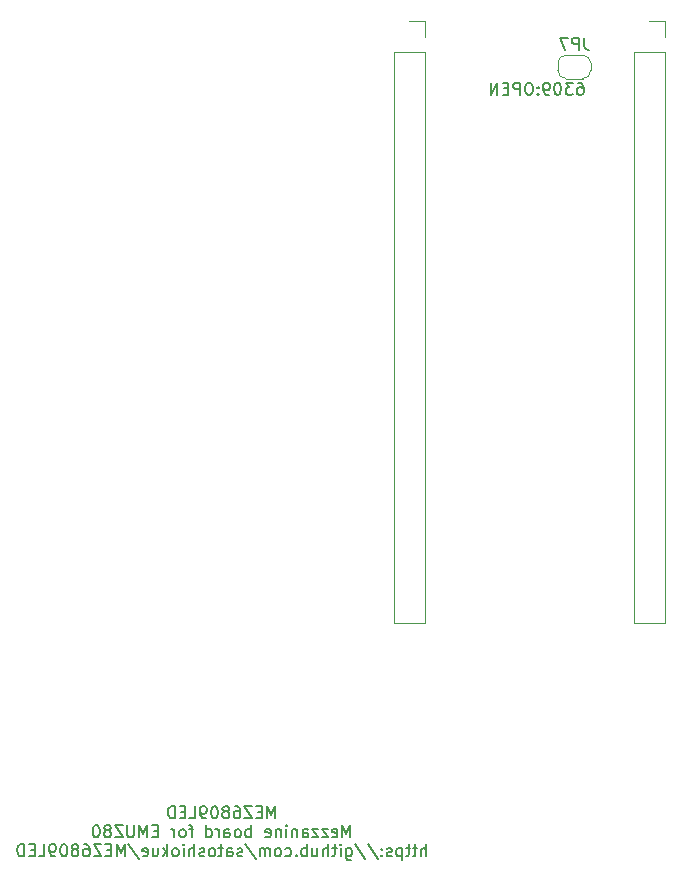
<source format=gbo>
G04 #@! TF.GenerationSoftware,KiCad,Pcbnew,(6.0.10-0)*
G04 #@! TF.CreationDate,2023-02-15T13:21:11+09:00*
G04 #@! TF.ProjectId,MEZ6809LED,4d455a36-3830-4394-9c45-442e6b696361,A*
G04 #@! TF.SameCoordinates,PX5ee3fe0PY8f872a0*
G04 #@! TF.FileFunction,Legend,Bot*
G04 #@! TF.FilePolarity,Positive*
%FSLAX46Y46*%
G04 Gerber Fmt 4.6, Leading zero omitted, Abs format (unit mm)*
G04 Created by KiCad (PCBNEW (6.0.10-0)) date 2023-02-15 13:21:11*
%MOMM*%
%LPD*%
G01*
G04 APERTURE LIST*
%ADD10C,0.150000*%
%ADD11C,0.120000*%
G04 APERTURE END LIST*
D10*
X40083809Y8777620D02*
X40083809Y9777620D01*
X39750476Y9063334D01*
X39417142Y9777620D01*
X39417142Y8777620D01*
X38940952Y9301429D02*
X38607619Y9301429D01*
X38464761Y8777620D02*
X38940952Y8777620D01*
X38940952Y9777620D01*
X38464761Y9777620D01*
X38131428Y9777620D02*
X37464761Y9777620D01*
X38131428Y8777620D01*
X37464761Y8777620D01*
X36655238Y9777620D02*
X36845714Y9777620D01*
X36940952Y9730000D01*
X36988571Y9682381D01*
X37083809Y9539524D01*
X37131428Y9349048D01*
X37131428Y8968096D01*
X37083809Y8872858D01*
X37036190Y8825239D01*
X36940952Y8777620D01*
X36750476Y8777620D01*
X36655238Y8825239D01*
X36607619Y8872858D01*
X36560000Y8968096D01*
X36560000Y9206191D01*
X36607619Y9301429D01*
X36655238Y9349048D01*
X36750476Y9396667D01*
X36940952Y9396667D01*
X37036190Y9349048D01*
X37083809Y9301429D01*
X37131428Y9206191D01*
X35988571Y9349048D02*
X36083809Y9396667D01*
X36131428Y9444286D01*
X36179047Y9539524D01*
X36179047Y9587143D01*
X36131428Y9682381D01*
X36083809Y9730000D01*
X35988571Y9777620D01*
X35798095Y9777620D01*
X35702857Y9730000D01*
X35655238Y9682381D01*
X35607619Y9587143D01*
X35607619Y9539524D01*
X35655238Y9444286D01*
X35702857Y9396667D01*
X35798095Y9349048D01*
X35988571Y9349048D01*
X36083809Y9301429D01*
X36131428Y9253810D01*
X36179047Y9158572D01*
X36179047Y8968096D01*
X36131428Y8872858D01*
X36083809Y8825239D01*
X35988571Y8777620D01*
X35798095Y8777620D01*
X35702857Y8825239D01*
X35655238Y8872858D01*
X35607619Y8968096D01*
X35607619Y9158572D01*
X35655238Y9253810D01*
X35702857Y9301429D01*
X35798095Y9349048D01*
X34988571Y9777620D02*
X34893333Y9777620D01*
X34798095Y9730000D01*
X34750476Y9682381D01*
X34702857Y9587143D01*
X34655238Y9396667D01*
X34655238Y9158572D01*
X34702857Y8968096D01*
X34750476Y8872858D01*
X34798095Y8825239D01*
X34893333Y8777620D01*
X34988571Y8777620D01*
X35083809Y8825239D01*
X35131428Y8872858D01*
X35179047Y8968096D01*
X35226666Y9158572D01*
X35226666Y9396667D01*
X35179047Y9587143D01*
X35131428Y9682381D01*
X35083809Y9730000D01*
X34988571Y9777620D01*
X34179047Y8777620D02*
X33988571Y8777620D01*
X33893333Y8825239D01*
X33845714Y8872858D01*
X33750476Y9015715D01*
X33702857Y9206191D01*
X33702857Y9587143D01*
X33750476Y9682381D01*
X33798095Y9730000D01*
X33893333Y9777620D01*
X34083809Y9777620D01*
X34179047Y9730000D01*
X34226666Y9682381D01*
X34274285Y9587143D01*
X34274285Y9349048D01*
X34226666Y9253810D01*
X34179047Y9206191D01*
X34083809Y9158572D01*
X33893333Y9158572D01*
X33798095Y9206191D01*
X33750476Y9253810D01*
X33702857Y9349048D01*
X32798095Y8777620D02*
X33274285Y8777620D01*
X33274285Y9777620D01*
X32464761Y9301429D02*
X32131428Y9301429D01*
X31988571Y8777620D02*
X32464761Y8777620D01*
X32464761Y9777620D01*
X31988571Y9777620D01*
X31560000Y8777620D02*
X31560000Y9777620D01*
X31321904Y9777620D01*
X31179047Y9730000D01*
X31083809Y9634762D01*
X31036190Y9539524D01*
X30988571Y9349048D01*
X30988571Y9206191D01*
X31036190Y9015715D01*
X31083809Y8920477D01*
X31179047Y8825239D01*
X31321904Y8777620D01*
X31560000Y8777620D01*
X46440952Y7167620D02*
X46440952Y8167620D01*
X46107619Y7453334D01*
X45774285Y8167620D01*
X45774285Y7167620D01*
X44917142Y7215239D02*
X45012380Y7167620D01*
X45202857Y7167620D01*
X45298095Y7215239D01*
X45345714Y7310477D01*
X45345714Y7691429D01*
X45298095Y7786667D01*
X45202857Y7834286D01*
X45012380Y7834286D01*
X44917142Y7786667D01*
X44869523Y7691429D01*
X44869523Y7596191D01*
X45345714Y7500953D01*
X44536190Y7834286D02*
X44012380Y7834286D01*
X44536190Y7167620D01*
X44012380Y7167620D01*
X43726666Y7834286D02*
X43202857Y7834286D01*
X43726666Y7167620D01*
X43202857Y7167620D01*
X42393333Y7167620D02*
X42393333Y7691429D01*
X42440952Y7786667D01*
X42536190Y7834286D01*
X42726666Y7834286D01*
X42821904Y7786667D01*
X42393333Y7215239D02*
X42488571Y7167620D01*
X42726666Y7167620D01*
X42821904Y7215239D01*
X42869523Y7310477D01*
X42869523Y7405715D01*
X42821904Y7500953D01*
X42726666Y7548572D01*
X42488571Y7548572D01*
X42393333Y7596191D01*
X41917142Y7834286D02*
X41917142Y7167620D01*
X41917142Y7739048D02*
X41869523Y7786667D01*
X41774285Y7834286D01*
X41631428Y7834286D01*
X41536190Y7786667D01*
X41488571Y7691429D01*
X41488571Y7167620D01*
X41012380Y7167620D02*
X41012380Y7834286D01*
X41012380Y8167620D02*
X41060000Y8120000D01*
X41012380Y8072381D01*
X40964761Y8120000D01*
X41012380Y8167620D01*
X41012380Y8072381D01*
X40536190Y7834286D02*
X40536190Y7167620D01*
X40536190Y7739048D02*
X40488571Y7786667D01*
X40393333Y7834286D01*
X40250476Y7834286D01*
X40155238Y7786667D01*
X40107619Y7691429D01*
X40107619Y7167620D01*
X39250476Y7215239D02*
X39345714Y7167620D01*
X39536190Y7167620D01*
X39631428Y7215239D01*
X39679047Y7310477D01*
X39679047Y7691429D01*
X39631428Y7786667D01*
X39536190Y7834286D01*
X39345714Y7834286D01*
X39250476Y7786667D01*
X39202857Y7691429D01*
X39202857Y7596191D01*
X39679047Y7500953D01*
X38012380Y7167620D02*
X38012380Y8167620D01*
X38012380Y7786667D02*
X37917142Y7834286D01*
X37726666Y7834286D01*
X37631428Y7786667D01*
X37583809Y7739048D01*
X37536190Y7643810D01*
X37536190Y7358096D01*
X37583809Y7262858D01*
X37631428Y7215239D01*
X37726666Y7167620D01*
X37917142Y7167620D01*
X38012380Y7215239D01*
X36964761Y7167620D02*
X37060000Y7215239D01*
X37107619Y7262858D01*
X37155238Y7358096D01*
X37155238Y7643810D01*
X37107619Y7739048D01*
X37060000Y7786667D01*
X36964761Y7834286D01*
X36821904Y7834286D01*
X36726666Y7786667D01*
X36679047Y7739048D01*
X36631428Y7643810D01*
X36631428Y7358096D01*
X36679047Y7262858D01*
X36726666Y7215239D01*
X36821904Y7167620D01*
X36964761Y7167620D01*
X35774285Y7167620D02*
X35774285Y7691429D01*
X35821904Y7786667D01*
X35917142Y7834286D01*
X36107619Y7834286D01*
X36202857Y7786667D01*
X35774285Y7215239D02*
X35869523Y7167620D01*
X36107619Y7167620D01*
X36202857Y7215239D01*
X36250476Y7310477D01*
X36250476Y7405715D01*
X36202857Y7500953D01*
X36107619Y7548572D01*
X35869523Y7548572D01*
X35774285Y7596191D01*
X35298095Y7167620D02*
X35298095Y7834286D01*
X35298095Y7643810D02*
X35250476Y7739048D01*
X35202857Y7786667D01*
X35107619Y7834286D01*
X35012380Y7834286D01*
X34250476Y7167620D02*
X34250476Y8167620D01*
X34250476Y7215239D02*
X34345714Y7167620D01*
X34536190Y7167620D01*
X34631428Y7215239D01*
X34679047Y7262858D01*
X34726666Y7358096D01*
X34726666Y7643810D01*
X34679047Y7739048D01*
X34631428Y7786667D01*
X34536190Y7834286D01*
X34345714Y7834286D01*
X34250476Y7786667D01*
X33155238Y7834286D02*
X32774285Y7834286D01*
X33012380Y7167620D02*
X33012380Y8024762D01*
X32964761Y8120000D01*
X32869523Y8167620D01*
X32774285Y8167620D01*
X32298095Y7167620D02*
X32393333Y7215239D01*
X32440952Y7262858D01*
X32488571Y7358096D01*
X32488571Y7643810D01*
X32440952Y7739048D01*
X32393333Y7786667D01*
X32298095Y7834286D01*
X32155238Y7834286D01*
X32060000Y7786667D01*
X32012380Y7739048D01*
X31964761Y7643810D01*
X31964761Y7358096D01*
X32012380Y7262858D01*
X32060000Y7215239D01*
X32155238Y7167620D01*
X32298095Y7167620D01*
X31536190Y7167620D02*
X31536190Y7834286D01*
X31536190Y7643810D02*
X31488571Y7739048D01*
X31440952Y7786667D01*
X31345714Y7834286D01*
X31250476Y7834286D01*
X30155238Y7691429D02*
X29821904Y7691429D01*
X29679047Y7167620D02*
X30155238Y7167620D01*
X30155238Y8167620D01*
X29679047Y8167620D01*
X29250476Y7167620D02*
X29250476Y8167620D01*
X28917142Y7453334D01*
X28583809Y8167620D01*
X28583809Y7167620D01*
X28107619Y8167620D02*
X28107619Y7358096D01*
X28060000Y7262858D01*
X28012380Y7215239D01*
X27917142Y7167620D01*
X27726666Y7167620D01*
X27631428Y7215239D01*
X27583809Y7262858D01*
X27536190Y7358096D01*
X27536190Y8167620D01*
X27155238Y8167620D02*
X26488571Y8167620D01*
X27155238Y7167620D01*
X26488571Y7167620D01*
X25964761Y7739048D02*
X26060000Y7786667D01*
X26107619Y7834286D01*
X26155238Y7929524D01*
X26155238Y7977143D01*
X26107619Y8072381D01*
X26060000Y8120000D01*
X25964761Y8167620D01*
X25774285Y8167620D01*
X25679047Y8120000D01*
X25631428Y8072381D01*
X25583809Y7977143D01*
X25583809Y7929524D01*
X25631428Y7834286D01*
X25679047Y7786667D01*
X25774285Y7739048D01*
X25964761Y7739048D01*
X26060000Y7691429D01*
X26107619Y7643810D01*
X26155238Y7548572D01*
X26155238Y7358096D01*
X26107619Y7262858D01*
X26060000Y7215239D01*
X25964761Y7167620D01*
X25774285Y7167620D01*
X25679047Y7215239D01*
X25631428Y7262858D01*
X25583809Y7358096D01*
X25583809Y7548572D01*
X25631428Y7643810D01*
X25679047Y7691429D01*
X25774285Y7739048D01*
X24964761Y8167620D02*
X24869523Y8167620D01*
X24774285Y8120000D01*
X24726666Y8072381D01*
X24679047Y7977143D01*
X24631428Y7786667D01*
X24631428Y7548572D01*
X24679047Y7358096D01*
X24726666Y7262858D01*
X24774285Y7215239D01*
X24869523Y7167620D01*
X24964761Y7167620D01*
X25060000Y7215239D01*
X25107619Y7262858D01*
X25155238Y7358096D01*
X25202857Y7548572D01*
X25202857Y7786667D01*
X25155238Y7977143D01*
X25107619Y8072381D01*
X25060000Y8120000D01*
X24964761Y8167620D01*
X52845714Y5557620D02*
X52845714Y6557620D01*
X52417142Y5557620D02*
X52417142Y6081429D01*
X52464761Y6176667D01*
X52560000Y6224286D01*
X52702857Y6224286D01*
X52798095Y6176667D01*
X52845714Y6129048D01*
X52083809Y6224286D02*
X51702857Y6224286D01*
X51940952Y6557620D02*
X51940952Y5700477D01*
X51893333Y5605239D01*
X51798095Y5557620D01*
X51702857Y5557620D01*
X51512380Y6224286D02*
X51131428Y6224286D01*
X51369523Y6557620D02*
X51369523Y5700477D01*
X51321904Y5605239D01*
X51226666Y5557620D01*
X51131428Y5557620D01*
X50798095Y6224286D02*
X50798095Y5224286D01*
X50798095Y6176667D02*
X50702857Y6224286D01*
X50512380Y6224286D01*
X50417142Y6176667D01*
X50369523Y6129048D01*
X50321904Y6033810D01*
X50321904Y5748096D01*
X50369523Y5652858D01*
X50417142Y5605239D01*
X50512380Y5557620D01*
X50702857Y5557620D01*
X50798095Y5605239D01*
X49940952Y5605239D02*
X49845714Y5557620D01*
X49655238Y5557620D01*
X49560000Y5605239D01*
X49512380Y5700477D01*
X49512380Y5748096D01*
X49560000Y5843334D01*
X49655238Y5890953D01*
X49798095Y5890953D01*
X49893333Y5938572D01*
X49940952Y6033810D01*
X49940952Y6081429D01*
X49893333Y6176667D01*
X49798095Y6224286D01*
X49655238Y6224286D01*
X49560000Y6176667D01*
X49083809Y5652858D02*
X49036190Y5605239D01*
X49083809Y5557620D01*
X49131428Y5605239D01*
X49083809Y5652858D01*
X49083809Y5557620D01*
X49083809Y6176667D02*
X49036190Y6129048D01*
X49083809Y6081429D01*
X49131428Y6129048D01*
X49083809Y6176667D01*
X49083809Y6081429D01*
X47893333Y6605239D02*
X48750476Y5319524D01*
X46845714Y6605239D02*
X47702857Y5319524D01*
X46083809Y6224286D02*
X46083809Y5414762D01*
X46131428Y5319524D01*
X46179047Y5271905D01*
X46274285Y5224286D01*
X46417142Y5224286D01*
X46512380Y5271905D01*
X46083809Y5605239D02*
X46179047Y5557620D01*
X46369523Y5557620D01*
X46464761Y5605239D01*
X46512380Y5652858D01*
X46560000Y5748096D01*
X46560000Y6033810D01*
X46512380Y6129048D01*
X46464761Y6176667D01*
X46369523Y6224286D01*
X46179047Y6224286D01*
X46083809Y6176667D01*
X45607619Y5557620D02*
X45607619Y6224286D01*
X45607619Y6557620D02*
X45655238Y6510000D01*
X45607619Y6462381D01*
X45560000Y6510000D01*
X45607619Y6557620D01*
X45607619Y6462381D01*
X45274285Y6224286D02*
X44893333Y6224286D01*
X45131428Y6557620D02*
X45131428Y5700477D01*
X45083809Y5605239D01*
X44988571Y5557620D01*
X44893333Y5557620D01*
X44560000Y5557620D02*
X44560000Y6557620D01*
X44131428Y5557620D02*
X44131428Y6081429D01*
X44179047Y6176667D01*
X44274285Y6224286D01*
X44417142Y6224286D01*
X44512380Y6176667D01*
X44560000Y6129048D01*
X43226666Y6224286D02*
X43226666Y5557620D01*
X43655238Y6224286D02*
X43655238Y5700477D01*
X43607619Y5605239D01*
X43512380Y5557620D01*
X43369523Y5557620D01*
X43274285Y5605239D01*
X43226666Y5652858D01*
X42750476Y5557620D02*
X42750476Y6557620D01*
X42750476Y6176667D02*
X42655238Y6224286D01*
X42464761Y6224286D01*
X42369523Y6176667D01*
X42321904Y6129048D01*
X42274285Y6033810D01*
X42274285Y5748096D01*
X42321904Y5652858D01*
X42369523Y5605239D01*
X42464761Y5557620D01*
X42655238Y5557620D01*
X42750476Y5605239D01*
X41845714Y5652858D02*
X41798095Y5605239D01*
X41845714Y5557620D01*
X41893333Y5605239D01*
X41845714Y5652858D01*
X41845714Y5557620D01*
X40940952Y5605239D02*
X41036190Y5557620D01*
X41226666Y5557620D01*
X41321904Y5605239D01*
X41369523Y5652858D01*
X41417142Y5748096D01*
X41417142Y6033810D01*
X41369523Y6129048D01*
X41321904Y6176667D01*
X41226666Y6224286D01*
X41036190Y6224286D01*
X40940952Y6176667D01*
X40369523Y5557620D02*
X40464761Y5605239D01*
X40512380Y5652858D01*
X40560000Y5748096D01*
X40560000Y6033810D01*
X40512380Y6129048D01*
X40464761Y6176667D01*
X40369523Y6224286D01*
X40226666Y6224286D01*
X40131428Y6176667D01*
X40083809Y6129048D01*
X40036190Y6033810D01*
X40036190Y5748096D01*
X40083809Y5652858D01*
X40131428Y5605239D01*
X40226666Y5557620D01*
X40369523Y5557620D01*
X39607619Y5557620D02*
X39607619Y6224286D01*
X39607619Y6129048D02*
X39560000Y6176667D01*
X39464761Y6224286D01*
X39321904Y6224286D01*
X39226666Y6176667D01*
X39179047Y6081429D01*
X39179047Y5557620D01*
X39179047Y6081429D02*
X39131428Y6176667D01*
X39036190Y6224286D01*
X38893333Y6224286D01*
X38798095Y6176667D01*
X38750476Y6081429D01*
X38750476Y5557620D01*
X37560000Y6605239D02*
X38417142Y5319524D01*
X37274285Y5605239D02*
X37179047Y5557620D01*
X36988571Y5557620D01*
X36893333Y5605239D01*
X36845714Y5700477D01*
X36845714Y5748096D01*
X36893333Y5843334D01*
X36988571Y5890953D01*
X37131428Y5890953D01*
X37226666Y5938572D01*
X37274285Y6033810D01*
X37274285Y6081429D01*
X37226666Y6176667D01*
X37131428Y6224286D01*
X36988571Y6224286D01*
X36893333Y6176667D01*
X35988571Y5557620D02*
X35988571Y6081429D01*
X36036190Y6176667D01*
X36131428Y6224286D01*
X36321904Y6224286D01*
X36417142Y6176667D01*
X35988571Y5605239D02*
X36083809Y5557620D01*
X36321904Y5557620D01*
X36417142Y5605239D01*
X36464761Y5700477D01*
X36464761Y5795715D01*
X36417142Y5890953D01*
X36321904Y5938572D01*
X36083809Y5938572D01*
X35988571Y5986191D01*
X35655238Y6224286D02*
X35274285Y6224286D01*
X35512380Y6557620D02*
X35512380Y5700477D01*
X35464761Y5605239D01*
X35369523Y5557620D01*
X35274285Y5557620D01*
X34798095Y5557620D02*
X34893333Y5605239D01*
X34940952Y5652858D01*
X34988571Y5748096D01*
X34988571Y6033810D01*
X34940952Y6129048D01*
X34893333Y6176667D01*
X34798095Y6224286D01*
X34655238Y6224286D01*
X34560000Y6176667D01*
X34512380Y6129048D01*
X34464761Y6033810D01*
X34464761Y5748096D01*
X34512380Y5652858D01*
X34560000Y5605239D01*
X34655238Y5557620D01*
X34798095Y5557620D01*
X34083809Y5605239D02*
X33988571Y5557620D01*
X33798095Y5557620D01*
X33702857Y5605239D01*
X33655238Y5700477D01*
X33655238Y5748096D01*
X33702857Y5843334D01*
X33798095Y5890953D01*
X33940952Y5890953D01*
X34036190Y5938572D01*
X34083809Y6033810D01*
X34083809Y6081429D01*
X34036190Y6176667D01*
X33940952Y6224286D01*
X33798095Y6224286D01*
X33702857Y6176667D01*
X33226666Y5557620D02*
X33226666Y6557620D01*
X32798095Y5557620D02*
X32798095Y6081429D01*
X32845714Y6176667D01*
X32940952Y6224286D01*
X33083809Y6224286D01*
X33179047Y6176667D01*
X33226666Y6129048D01*
X32321904Y5557620D02*
X32321904Y6224286D01*
X32321904Y6557620D02*
X32369523Y6510000D01*
X32321904Y6462381D01*
X32274285Y6510000D01*
X32321904Y6557620D01*
X32321904Y6462381D01*
X31702857Y5557620D02*
X31798095Y5605239D01*
X31845714Y5652858D01*
X31893333Y5748096D01*
X31893333Y6033810D01*
X31845714Y6129048D01*
X31798095Y6176667D01*
X31702857Y6224286D01*
X31560000Y6224286D01*
X31464761Y6176667D01*
X31417142Y6129048D01*
X31369523Y6033810D01*
X31369523Y5748096D01*
X31417142Y5652858D01*
X31464761Y5605239D01*
X31560000Y5557620D01*
X31702857Y5557620D01*
X30940952Y5557620D02*
X30940952Y6557620D01*
X30845714Y5938572D02*
X30560000Y5557620D01*
X30560000Y6224286D02*
X30940952Y5843334D01*
X29702857Y6224286D02*
X29702857Y5557620D01*
X30131428Y6224286D02*
X30131428Y5700477D01*
X30083809Y5605239D01*
X29988571Y5557620D01*
X29845714Y5557620D01*
X29750476Y5605239D01*
X29702857Y5652858D01*
X28845714Y5605239D02*
X28940952Y5557620D01*
X29131428Y5557620D01*
X29226666Y5605239D01*
X29274285Y5700477D01*
X29274285Y6081429D01*
X29226666Y6176667D01*
X29131428Y6224286D01*
X28940952Y6224286D01*
X28845714Y6176667D01*
X28798095Y6081429D01*
X28798095Y5986191D01*
X29274285Y5890953D01*
X27655238Y6605239D02*
X28512380Y5319524D01*
X27321904Y5557620D02*
X27321904Y6557620D01*
X26988571Y5843334D01*
X26655238Y6557620D01*
X26655238Y5557620D01*
X26179047Y6081429D02*
X25845714Y6081429D01*
X25702857Y5557620D02*
X26179047Y5557620D01*
X26179047Y6557620D01*
X25702857Y6557620D01*
X25369523Y6557620D02*
X24702857Y6557620D01*
X25369523Y5557620D01*
X24702857Y5557620D01*
X23893333Y6557620D02*
X24083809Y6557620D01*
X24179047Y6510000D01*
X24226666Y6462381D01*
X24321904Y6319524D01*
X24369523Y6129048D01*
X24369523Y5748096D01*
X24321904Y5652858D01*
X24274285Y5605239D01*
X24179047Y5557620D01*
X23988571Y5557620D01*
X23893333Y5605239D01*
X23845714Y5652858D01*
X23798095Y5748096D01*
X23798095Y5986191D01*
X23845714Y6081429D01*
X23893333Y6129048D01*
X23988571Y6176667D01*
X24179047Y6176667D01*
X24274285Y6129048D01*
X24321904Y6081429D01*
X24369523Y5986191D01*
X23226666Y6129048D02*
X23321904Y6176667D01*
X23369523Y6224286D01*
X23417142Y6319524D01*
X23417142Y6367143D01*
X23369523Y6462381D01*
X23321904Y6510000D01*
X23226666Y6557620D01*
X23036190Y6557620D01*
X22940952Y6510000D01*
X22893333Y6462381D01*
X22845714Y6367143D01*
X22845714Y6319524D01*
X22893333Y6224286D01*
X22940952Y6176667D01*
X23036190Y6129048D01*
X23226666Y6129048D01*
X23321904Y6081429D01*
X23369523Y6033810D01*
X23417142Y5938572D01*
X23417142Y5748096D01*
X23369523Y5652858D01*
X23321904Y5605239D01*
X23226666Y5557620D01*
X23036190Y5557620D01*
X22940952Y5605239D01*
X22893333Y5652858D01*
X22845714Y5748096D01*
X22845714Y5938572D01*
X22893333Y6033810D01*
X22940952Y6081429D01*
X23036190Y6129048D01*
X22226666Y6557620D02*
X22131428Y6557620D01*
X22036190Y6510000D01*
X21988571Y6462381D01*
X21940952Y6367143D01*
X21893333Y6176667D01*
X21893333Y5938572D01*
X21940952Y5748096D01*
X21988571Y5652858D01*
X22036190Y5605239D01*
X22131428Y5557620D01*
X22226666Y5557620D01*
X22321904Y5605239D01*
X22369523Y5652858D01*
X22417142Y5748096D01*
X22464761Y5938572D01*
X22464761Y6176667D01*
X22417142Y6367143D01*
X22369523Y6462381D01*
X22321904Y6510000D01*
X22226666Y6557620D01*
X21417142Y5557620D02*
X21226666Y5557620D01*
X21131428Y5605239D01*
X21083809Y5652858D01*
X20988571Y5795715D01*
X20940952Y5986191D01*
X20940952Y6367143D01*
X20988571Y6462381D01*
X21036190Y6510000D01*
X21131428Y6557620D01*
X21321904Y6557620D01*
X21417142Y6510000D01*
X21464761Y6462381D01*
X21512380Y6367143D01*
X21512380Y6129048D01*
X21464761Y6033810D01*
X21417142Y5986191D01*
X21321904Y5938572D01*
X21131428Y5938572D01*
X21036190Y5986191D01*
X20988571Y6033810D01*
X20940952Y6129048D01*
X20036190Y5557620D02*
X20512380Y5557620D01*
X20512380Y6557620D01*
X19702857Y6081429D02*
X19369523Y6081429D01*
X19226666Y5557620D02*
X19702857Y5557620D01*
X19702857Y6557620D01*
X19226666Y6557620D01*
X18798095Y5557620D02*
X18798095Y6557620D01*
X18560000Y6557620D01*
X18417142Y6510000D01*
X18321904Y6414762D01*
X18274285Y6319524D01*
X18226666Y6129048D01*
X18226666Y5986191D01*
X18274285Y5795715D01*
X18321904Y5700477D01*
X18417142Y5605239D01*
X18560000Y5557620D01*
X18798095Y5557620D01*
X65706190Y71032620D02*
X65896666Y71032620D01*
X65991904Y70985000D01*
X66039523Y70937381D01*
X66134761Y70794524D01*
X66182380Y70604048D01*
X66182380Y70223096D01*
X66134761Y70127858D01*
X66087142Y70080239D01*
X65991904Y70032620D01*
X65801428Y70032620D01*
X65706190Y70080239D01*
X65658571Y70127858D01*
X65610952Y70223096D01*
X65610952Y70461191D01*
X65658571Y70556429D01*
X65706190Y70604048D01*
X65801428Y70651667D01*
X65991904Y70651667D01*
X66087142Y70604048D01*
X66134761Y70556429D01*
X66182380Y70461191D01*
X65277619Y71032620D02*
X64658571Y71032620D01*
X64991904Y70651667D01*
X64849047Y70651667D01*
X64753809Y70604048D01*
X64706190Y70556429D01*
X64658571Y70461191D01*
X64658571Y70223096D01*
X64706190Y70127858D01*
X64753809Y70080239D01*
X64849047Y70032620D01*
X65134761Y70032620D01*
X65230000Y70080239D01*
X65277619Y70127858D01*
X64039523Y71032620D02*
X63944285Y71032620D01*
X63849047Y70985000D01*
X63801428Y70937381D01*
X63753809Y70842143D01*
X63706190Y70651667D01*
X63706190Y70413572D01*
X63753809Y70223096D01*
X63801428Y70127858D01*
X63849047Y70080239D01*
X63944285Y70032620D01*
X64039523Y70032620D01*
X64134761Y70080239D01*
X64182380Y70127858D01*
X64230000Y70223096D01*
X64277619Y70413572D01*
X64277619Y70651667D01*
X64230000Y70842143D01*
X64182380Y70937381D01*
X64134761Y70985000D01*
X64039523Y71032620D01*
X63230000Y70032620D02*
X63039523Y70032620D01*
X62944285Y70080239D01*
X62896666Y70127858D01*
X62801428Y70270715D01*
X62753809Y70461191D01*
X62753809Y70842143D01*
X62801428Y70937381D01*
X62849047Y70985000D01*
X62944285Y71032620D01*
X63134761Y71032620D01*
X63230000Y70985000D01*
X63277619Y70937381D01*
X63325238Y70842143D01*
X63325238Y70604048D01*
X63277619Y70508810D01*
X63230000Y70461191D01*
X63134761Y70413572D01*
X62944285Y70413572D01*
X62849047Y70461191D01*
X62801428Y70508810D01*
X62753809Y70604048D01*
X62325238Y70127858D02*
X62277619Y70080239D01*
X62325238Y70032620D01*
X62372857Y70080239D01*
X62325238Y70127858D01*
X62325238Y70032620D01*
X62325238Y70651667D02*
X62277619Y70604048D01*
X62325238Y70556429D01*
X62372857Y70604048D01*
X62325238Y70651667D01*
X62325238Y70556429D01*
X61658571Y71032620D02*
X61468095Y71032620D01*
X61372857Y70985000D01*
X61277619Y70889762D01*
X61230000Y70699286D01*
X61230000Y70365953D01*
X61277619Y70175477D01*
X61372857Y70080239D01*
X61468095Y70032620D01*
X61658571Y70032620D01*
X61753809Y70080239D01*
X61849047Y70175477D01*
X61896666Y70365953D01*
X61896666Y70699286D01*
X61849047Y70889762D01*
X61753809Y70985000D01*
X61658571Y71032620D01*
X60801428Y70032620D02*
X60801428Y71032620D01*
X60420476Y71032620D01*
X60325238Y70985000D01*
X60277619Y70937381D01*
X60230000Y70842143D01*
X60230000Y70699286D01*
X60277619Y70604048D01*
X60325238Y70556429D01*
X60420476Y70508810D01*
X60801428Y70508810D01*
X59801428Y70556429D02*
X59468095Y70556429D01*
X59325238Y70032620D02*
X59801428Y70032620D01*
X59801428Y71032620D01*
X59325238Y71032620D01*
X58896666Y70032620D02*
X58896666Y71032620D01*
X58325238Y70032620D01*
X58325238Y71032620D01*
X66238333Y74842620D02*
X66238333Y74128334D01*
X66285952Y73985477D01*
X66381190Y73890239D01*
X66524047Y73842620D01*
X66619285Y73842620D01*
X65762142Y73842620D02*
X65762142Y74842620D01*
X65381190Y74842620D01*
X65285952Y74795000D01*
X65238333Y74747381D01*
X65190714Y74652143D01*
X65190714Y74509286D01*
X65238333Y74414048D01*
X65285952Y74366429D01*
X65381190Y74318810D01*
X65762142Y74318810D01*
X64857380Y74842620D02*
X64190714Y74842620D01*
X64619285Y73842620D01*
D11*
X73085000Y25340000D02*
X70425000Y25340000D01*
X70425000Y73660000D02*
X70425000Y25340000D01*
X73085000Y73660000D02*
X73085000Y25340000D01*
X73085000Y73660000D02*
X70425000Y73660000D01*
X73085000Y76260000D02*
X71755000Y76260000D01*
X73085000Y74930000D02*
X73085000Y76260000D01*
X52765000Y25340000D02*
X50105000Y25340000D01*
X52765000Y76260000D02*
X51435000Y76260000D01*
X52765000Y73660000D02*
X52765000Y25340000D01*
X52765000Y74930000D02*
X52765000Y76260000D01*
X52765000Y73660000D02*
X50105000Y73660000D01*
X50105000Y73660000D02*
X50105000Y25340000D01*
X64005000Y72690000D02*
X64005000Y72090000D01*
X64705000Y71390000D02*
X66105000Y71390000D01*
X66105000Y73390000D02*
X64705000Y73390000D01*
X66805000Y72090000D02*
X66805000Y72690000D01*
X66805000Y72690000D02*
G75*
G03*
X66105000Y73390000I-700000J0D01*
G01*
X64705000Y73390000D02*
G75*
G03*
X64005000Y72690000I-1J-699999D01*
G01*
X64005000Y72090000D02*
G75*
G03*
X64705000Y71390000I699999J-1D01*
G01*
X66105000Y71390000D02*
G75*
G03*
X66805000Y72090000I0J700000D01*
G01*
M02*

</source>
